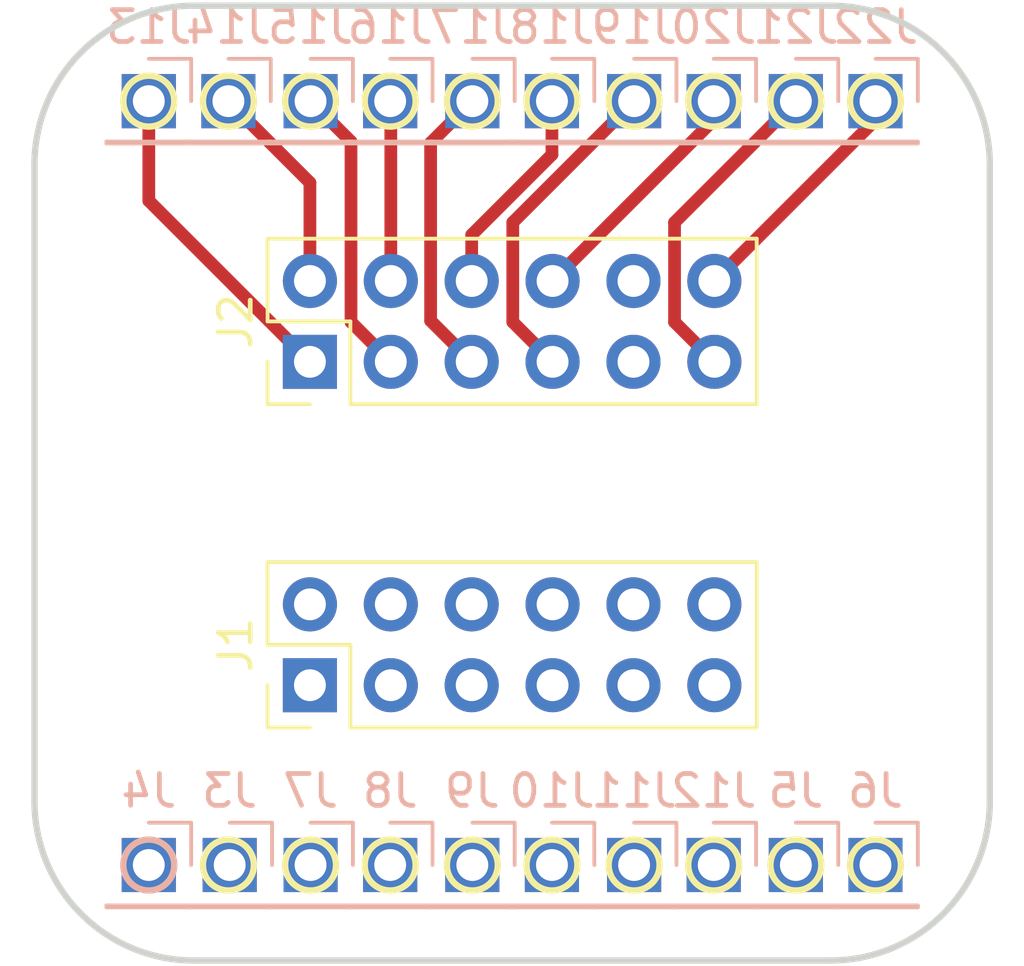
<source format=kicad_pcb>
(kicad_pcb (version 20221018) (generator pcbnew)
  (layers (0 "F.Cu" signal) (31 "B.Cu" signal) (34 "B.Paste" user) (35 "F.Paste" user) (36 "B.SilkS" user "B.Silkscreen") (37 "F.SilkS" user "F.Silkscreen") (38 "B.Mask" user) (39 "F.Mask" user) (44 "Edge.Cuts" user))
  (net 0 "")
  (net 1 "/I_OD_T")
  (net 2 "/V_OD_T")
  (net 3 "/I_1")
  (net 4 "/V_1")
  (net 5 "/I_3")
  (net 6 "/V_3")
  (net 7 "/I_5")
  (net 8 "/V_5")
  (net 11 "/I_OD_B")
  (net 12 "/V_OD_B")
  (net 13 "/I_EV_T")
  (net 14 "/V_EV_T")
  (net 15 "/I_2")
  (net 16 "/V_2")
  (net 17 "/I_4")
  (net 18 "/V_4")
  (net 19 "/I_6")
  (net 20 "/V_6")
  (net 23 "/I_EV_B")
  (net 24 "/V_EV_B")
  (footprint "Connector_PinHeader_2.54mm:PinHeader_2x06_P2.54mm_Vertical" (layer "F.Cu") (at 135.65 100.49 90)
    (fp_text reference "J1" (at 1.27 -2.33 90) (layer "F.SilkS"))
    (fp_text value "Conn_02x06_Odd_Even")
    (fp_line (start -1.33 -1.33) (end 0 -1.33) (stroke (width 0.12)) (layer "F.SilkS"))
    (fp_line (start -1.33 0) (end -1.33 -1.33) (stroke (width 0.12)) (layer "F.SilkS"))
    (fp_line (start -1.33 1.27) (end -1.33 14.03) (stroke (width 0.12)) (layer "F.SilkS"))
    (fp_line (start -1.33 1.27) (end 1.27 1.27) (stroke (width 0.12)) (layer "F.SilkS"))
    (fp_line (start -1.33 14.03) (end 3.87 14.03) (stroke (width 0.12)) (layer "F.SilkS"))
    (fp_line (start 1.27 -1.33) (end 3.87 -1.33) (stroke (width 0.12)) (layer "F.SilkS"))
    (fp_line (start 1.27 1.27) (end 1.27 -1.33) (stroke (width 0.12)) (layer "F.SilkS"))
    (fp_line (start 3.87 -1.33) (end 3.87 14.03) (stroke (width 0.12)) (layer "F.SilkS"))
    (pad "1" thru_hole rect (at 0 0 90) (size 1.7 1.7) (drill 1) (layers "*.Cu" "*.Mask") (net 1 "/I_OD_T"))
    (pad "2" thru_hole oval (at 2.54 0 90) (size 1.7 1.7) (drill 1) (layers "*.Cu" "*.Mask") (net 2 "/V_OD_T"))
    (pad "3" thru_hole oval (at 0 2.54 90) (size 1.7 1.7) (drill 1) (layers "*.Cu" "*.Mask") (net 3 "/I_1"))
    (pad "4" thru_hole oval (at 2.54 2.54 90) (size 1.7 1.7) (drill 1) (layers "*.Cu" "*.Mask") (net 4 "/V_1"))
    (pad "5" thru_hole oval (at 0 5.08 90) (size 1.7 1.7) (drill 1) (layers "*.Cu" "*.Mask") (net 5 "/I_3"))
    (pad "6" thru_hole oval (at 2.54 5.08 90) (size 1.7 1.7) (drill 1) (layers "*.Cu" "*.Mask") (net 6 "/V_3"))
    (pad "7" thru_hole oval (at 0 7.62 90) (size 1.7 1.7) (drill 1) (layers "*.Cu" "*.Mask") (net 7 "/I_5"))
    (pad "8" thru_hole oval (at 2.54 7.62 90) (size 1.7 1.7) (drill 1) (layers "*.Cu" "*.Mask") (net 8 "/V_5"))
    (pad "9" thru_hole oval (at 0 10.16 90) (size 1.7 1.7) (drill 1) (layers "*.Cu" "*.Mask"))
    (pad "10" thru_hole oval (at 2.54 10.16 90) (size 1.7 1.7) (drill 1) (layers "*.Cu" "*.Mask"))
    (pad "11" thru_hole oval (at 0 12.7 90) (size 1.7 1.7) (drill 1) (layers "*.Cu" "*.Mask") (net 11 "/I_OD_B"))
    (pad "12" thru_hole oval (at 2.54 12.7 90) (size 1.7 1.7) (drill 1) (layers "*.Cu" "*.Mask") (net 12 "/V_OD_B"))
  )
  (footprint "Connector_PinHeader_2.54mm:PinHeader_2x06_P2.54mm_Vertical" (layer "F.Cu") (at 135.65 90.33 90)
    (fp_text reference "J2" (at 1.27 -2.33 90) (layer "F.SilkS"))
    (fp_text value "Conn_02x06_Odd_Even")
    (fp_line (start -1.33 -1.33) (end 0 -1.33) (stroke (width 0.12)) (layer "F.SilkS"))
    (fp_line (start -1.33 0) (end -1.33 -1.33) (stroke (width 0.12)) (layer "F.SilkS"))
    (fp_line (start -1.33 1.27) (end -1.33 14.03) (stroke (width 0.12)) (layer "F.SilkS"))
    (fp_line (start -1.33 1.27) (end 1.27 1.27) (stroke (width 0.12)) (layer "F.SilkS"))
    (fp_line (start -1.33 14.03) (end 3.87 14.03) (stroke (width 0.12)) (layer "F.SilkS"))
    (fp_line (start 1.27 -1.33) (end 3.87 -1.33) (stroke (width 0.12)) (layer "F.SilkS"))
    (fp_line (start 1.27 1.27) (end 1.27 -1.33) (stroke (width 0.12)) (layer "F.SilkS"))
    (fp_line (start 3.87 -1.33) (end 3.87 14.03) (stroke (width 0.12)) (layer "F.SilkS"))
    (pad "1" thru_hole rect (at 0 0 90) (size 1.7 1.7) (drill 1) (layers "*.Cu" "*.Mask") (net 13 "/I_EV_T"))
    (pad "2" thru_hole oval (at 2.54 0 90) (size 1.7 1.7) (drill 1) (layers "*.Cu" "*.Mask") (net 14 "/V_EV_T"))
    (pad "3" thru_hole oval (at 0 2.54 90) (size 1.7 1.7) (drill 1) (layers "*.Cu" "*.Mask") (net 15 "/I_2"))
    (pad "4" thru_hole oval (at 2.54 2.54 90) (size 1.7 1.7) (drill 1) (layers "*.Cu" "*.Mask") (net 16 "/V_2"))
    (pad "5" thru_hole oval (at 0 5.08 90) (size 1.7 1.7) (drill 1) (layers "*.Cu" "*.Mask") (net 17 "/I_4"))
    (pad "6" thru_hole oval (at 2.54 5.08 90) (size 1.7 1.7) (drill 1) (layers "*.Cu" "*.Mask") (net 18 "/V_4"))
    (pad "7" thru_hole oval (at 0 7.62 90) (size 1.7 1.7) (drill 1) (layers "*.Cu" "*.Mask") (net 19 "/I_6"))
    (pad "8" thru_hole oval (at 2.54 7.62 90) (size 1.7 1.7) (drill 1) (layers "*.Cu" "*.Mask") (net 20 "/V_6"))
    (pad "9" thru_hole oval (at 0 10.16 90) (size 1.7 1.7) (drill 1) (layers "*.Cu" "*.Mask"))
    (pad "10" thru_hole oval (at 2.54 10.16 90) (size 1.7 1.7) (drill 1) (layers "*.Cu" "*.Mask"))
    (pad "11" thru_hole oval (at 0 12.7 90) (size 1.7 1.7) (drill 1) (layers "*.Cu" "*.Mask") (net 23 "/I_EV_B"))
    (pad "12" thru_hole oval (at 2.54 12.7 90) (size 1.7 1.7) (drill 1) (layers "*.Cu" "*.Mask") (net 24 "/V_EV_B"))
  )
  (footprint "Connector_PinHeader_2.54mm:PinHeader_1x01_P2.54mm_Vertical" (layer "B.Cu") (at 135.67 82.14 180)
    (fp_text reference "J15" (at 0 2.33) (layer "B.SilkS") (effects (justify mirror)))
    (fp_text value "Conn_01x01")
    (fp_line (start -1.33 -1.33) (end 1.33 -1.33) (stroke (width 0.12)) (layer "B.SilkS"))
    (fp_line (start -1.33 -1.27) (end -1.33 -1.33) (stroke (width 0.12)) (layer "B.SilkS"))
    (fp_line (start -1.33 -1.27) (end 1.33 -1.27) (stroke (width 0.12)) (layer "B.SilkS"))
    (fp_line (start -1.33 0) (end -1.33 1.33) (stroke (width 0.12)) (layer "B.SilkS"))
    (fp_line (start -1.33 1.33) (end 0 1.33) (stroke (width 0.12)) (layer "B.SilkS"))
    (fp_line (start 1.33 -1.27) (end 1.33 -1.33) (stroke (width 0.12)) (layer "B.SilkS"))
    (pad "1" thru_hole rect (at 0 0 180) (size 1.7 1.7) (drill 1) (layers "*.Cu" "*.Mask") (net 15 "/I_2"))
  )
  (footprint "Connector_PinHeader_2.54mm:PinHeader_1x01_P2.54mm_Vertical" (layer "B.Cu") (at 133.09 82.14 180)
    (fp_text reference "J14" (at 0 2.33) (layer "B.SilkS") (effects (justify mirror)))
    (fp_text value "Conn_01x01")
    (fp_line (start -1.33 -1.33) (end 1.33 -1.33) (stroke (width 0.12)) (layer "B.SilkS"))
    (fp_line (start -1.33 -1.27) (end -1.33 -1.33) (stroke (width 0.12)) (layer "B.SilkS"))
    (fp_line (start -1.33 -1.27) (end 1.33 -1.27) (stroke (width 0.12)) (layer "B.SilkS"))
    (fp_line (start -1.33 0) (end -1.33 1.33) (stroke (width 0.12)) (layer "B.SilkS"))
    (fp_line (start -1.33 1.33) (end 0 1.33) (stroke (width 0.12)) (layer "B.SilkS"))
    (fp_line (start 1.33 -1.27) (end 1.33 -1.33) (stroke (width 0.12)) (layer "B.SilkS"))
    (pad "1" thru_hole rect (at 0 0 180) (size 1.7 1.7) (drill 1) (layers "*.Cu" "*.Mask") (net 14 "/V_EV_T"))
  )
  (footprint "Connector_PinHeader_2.54mm:PinHeader_1x01_P2.54mm_Vertical" (layer "B.Cu") (at 130.59 82.14 180)
    (fp_text reference "J13" (at 0 2.33) (layer "B.SilkS") (effects (justify mirror)))
    (fp_text value "Conn_01x01")
    (fp_line (start -1.33 -1.33) (end 1.33 -1.33) (stroke (width 0.12)) (layer "B.SilkS"))
    (fp_line (start -1.33 -1.27) (end -1.33 -1.33) (stroke (width 0.12)) (layer "B.SilkS"))
    (fp_line (start -1.33 -1.27) (end 1.33 -1.27) (stroke (width 0.12)) (layer "B.SilkS"))
    (fp_line (start -1.33 0) (end -1.33 1.33) (stroke (width 0.12)) (layer "B.SilkS"))
    (fp_line (start -1.33 1.33) (end 0 1.33) (stroke (width 0.12)) (layer "B.SilkS"))
    (fp_line (start 1.33 -1.27) (end 1.33 -1.33) (stroke (width 0.12)) (layer "B.SilkS"))
    (pad "1" thru_hole rect (at 0 0 180) (size 1.7 1.7) (drill 1) (layers "*.Cu" "*.Mask") (net 13 "/I_EV_T"))
  )
  (footprint "Connector_PinHeader_2.54mm:PinHeader_1x01_P2.54mm_Vertical" (layer "B.Cu") (at 140.75 106.14 180)
    (fp_text reference "J9" (at 0 2.33) (layer "B.SilkS") (effects (justify mirror)))
    (fp_text value "Conn_01x01")
    (fp_line (start -1.33 -1.33) (end 1.33 -1.33) (stroke (width 0.12)) (layer "B.SilkS"))
    (fp_line (start -1.33 -1.27) (end -1.33 -1.33) (stroke (width 0.12)) (layer "B.SilkS"))
    (fp_line (start -1.33 -1.27) (end 1.33 -1.27) (stroke (width 0.12)) (layer "B.SilkS"))
    (fp_line (start -1.33 0) (end -1.33 1.33) (stroke (width 0.12)) (layer "B.SilkS"))
    (fp_line (start -1.33 1.33) (end 0 1.33) (stroke (width 0.12)) (layer "B.SilkS"))
    (fp_line (start 1.33 -1.27) (end 1.33 -1.33) (stroke (width 0.12)) (layer "B.SilkS"))
    (pad "1" thru_hole rect (at 0 0 180) (size 1.7 1.7) (drill 1) (layers "*.Cu" "*.Mask") (net 5 "/I_3"))
  )
  (footprint "Connector_PinHeader_2.54mm:PinHeader_1x01_P2.54mm_Vertical" (layer "B.Cu") (at 138.17 82.14 180)
    (fp_text reference "J16" (at 0 2.33) (layer "B.SilkS") (effects (justify mirror)))
    (fp_text value "Conn_01x01")
    (fp_line (start -1.33 -1.33) (end 1.33 -1.33) (stroke (width 0.12)) (layer "B.SilkS"))
    (fp_line (start -1.33 -1.27) (end -1.33 -1.33) (stroke (width 0.12)) (layer "B.SilkS"))
    (fp_line (start -1.33 -1.27) (end 1.33 -1.27) (stroke (width 0.12)) (layer "B.SilkS"))
    (fp_line (start -1.33 0) (end -1.33 1.33) (stroke (width 0.12)) (layer "B.SilkS"))
    (fp_line (start -1.33 1.33) (end 0 1.33) (stroke (width 0.12)) (layer "B.SilkS"))
    (fp_line (start 1.33 -1.27) (end 1.33 -1.33) (stroke (width 0.12)) (layer "B.SilkS"))
    (pad "1" thru_hole rect (at 0 0 180) (size 1.7 1.7) (drill 1) (layers "*.Cu" "*.Mask") (net 16 "/V_2"))
  )
  (footprint "Connector_PinHeader_2.54mm:PinHeader_1x01_P2.54mm_Vertical" (layer "B.Cu") (at 150.91 106.14 180)
    (fp_text reference "J5" (at 0 2.33) (layer "B.SilkS") (effects (justify mirror)))
    (fp_text value "Conn_01x01")
    (fp_line (start -1.33 -1.33) (end 1.33 -1.33) (stroke (width 0.12)) (layer "B.SilkS"))
    (fp_line (start -1.33 -1.27) (end -1.33 -1.33) (stroke (width 0.12)) (layer "B.SilkS"))
    (fp_line (start -1.33 -1.27) (end 1.33 -1.27) (stroke (width 0.12)) (layer "B.SilkS"))
    (fp_line (start -1.33 0) (end -1.33 1.33) (stroke (width 0.12)) (layer "B.SilkS"))
    (fp_line (start -1.33 1.33) (end 0 1.33) (stroke (width 0.12)) (layer "B.SilkS"))
    (fp_line (start 1.33 -1.27) (end 1.33 -1.33) (stroke (width 0.12)) (layer "B.SilkS"))
    (pad "1" thru_hole rect (at 0 0 180) (size 1.7 1.7) (drill 1) (layers "*.Cu" "*.Mask") (net 11 "/I_OD_B"))
  )
  (footprint "Connector_PinHeader_2.54mm:PinHeader_1x01_P2.54mm_Vertical" (layer "B.Cu") (at 145.83 106.14 180)
    (fp_text reference "J11" (at 0 2.33) (layer "B.SilkS") (effects (justify mirror)))
    (fp_text value "Conn_01x01")
    (fp_line (start -1.33 -1.33) (end 1.33 -1.33) (stroke (width 0.12)) (layer "B.SilkS"))
    (fp_line (start -1.33 -1.27) (end -1.33 -1.33) (stroke (width 0.12)) (layer "B.SilkS"))
    (fp_line (start -1.33 -1.27) (end 1.33 -1.27) (stroke (width 0.12)) (layer "B.SilkS"))
    (fp_line (start -1.33 0) (end -1.33 1.33) (stroke (width 0.12)) (layer "B.SilkS"))
    (fp_line (start -1.33 1.33) (end 0 1.33) (stroke (width 0.12)) (layer "B.SilkS"))
    (fp_line (start 1.33 -1.27) (end 1.33 -1.33) (stroke (width 0.12)) (layer "B.SilkS"))
    (pad "1" thru_hole rect (at 0 0 180) (size 1.7 1.7) (drill 1) (layers "*.Cu" "*.Mask") (net 7 "/I_5"))
  )
  (footprint "Connector_PinHeader_2.54mm:PinHeader_1x01_P2.54mm_Vertical" (layer "B.Cu") (at 148.33 106.14 180)
    (fp_text reference "J12" (at 0 2.33) (layer "B.SilkS") (effects (justify mirror)))
    (fp_text value "Conn_01x01")
    (fp_line (start -1.33 -1.33) (end 1.33 -1.33) (stroke (width 0.12)) (layer "B.SilkS"))
    (fp_line (start -1.33 -1.27) (end -1.33 -1.33) (stroke (width 0.12)) (layer "B.SilkS"))
    (fp_line (start -1.33 -1.27) (end 1.33 -1.27) (stroke (width 0.12)) (layer "B.SilkS"))
    (fp_line (start -1.33 0) (end -1.33 1.33) (stroke (width 0.12)) (layer "B.SilkS"))
    (fp_line (start -1.33 1.33) (end 0 1.33) (stroke (width 0.12)) (layer "B.SilkS"))
    (fp_line (start 1.33 -1.27) (end 1.33 -1.33) (stroke (width 0.12)) (layer "B.SilkS"))
    (pad "1" thru_hole rect (at 0 0 180) (size 1.7 1.7) (drill 1) (layers "*.Cu" "*.Mask") (net 8 "/V_5"))
  )
  (footprint "Connector_PinHeader_2.54mm:PinHeader_1x01_P2.54mm_Vertical" (layer "B.Cu") (at 145.83 82.14 180)
    (fp_text reference "J19" (at 0 2.33) (layer "B.SilkS") (effects (justify mirror)))
    (fp_text value "Conn_01x01")
    (fp_line (start -1.33 -1.33) (end 1.33 -1.33) (stroke (width 0.12)) (layer "B.SilkS"))
    (fp_line (start -1.33 -1.27) (end -1.33 -1.33) (stroke (width 0.12)) (layer "B.SilkS"))
    (fp_line (start -1.33 -1.27) (end 1.33 -1.27) (stroke (width 0.12)) (layer "B.SilkS"))
    (fp_line (start -1.33 0) (end -1.33 1.33) (stroke (width 0.12)) (layer "B.SilkS"))
    (fp_line (start -1.33 1.33) (end 0 1.33) (stroke (width 0.12)) (layer "B.SilkS"))
    (fp_line (start 1.33 -1.27) (end 1.33 -1.33) (stroke (width 0.12)) (layer "B.SilkS"))
    (pad "1" thru_hole rect (at 0 0 180) (size 1.7 1.7) (drill 1) (layers "*.Cu" "*.Mask") (net 19 "/I_6"))
  )
  (footprint "Connector_PinHeader_2.54mm:PinHeader_1x01_P2.54mm_Vertical" (layer "B.Cu") (at 135.67 106.14 180)
    (fp_text reference "J7" (at 0 2.33) (layer "B.SilkS") (effects (justify mirror)))
    (fp_text value "Conn_01x01")
    (fp_line (start -1.33 -1.33) (end 1.33 -1.33) (stroke (width 0.12)) (layer "B.SilkS"))
    (fp_line (start -1.33 -1.27) (end -1.33 -1.33) (stroke (width 0.12)) (layer "B.SilkS"))
    (fp_line (start -1.33 -1.27) (end 1.33 -1.27) (stroke (width 0.12)) (layer "B.SilkS"))
    (fp_line (start -1.33 0) (end -1.33 1.33) (stroke (width 0.12)) (layer "B.SilkS"))
    (fp_line (start -1.33 1.33) (end 0 1.33) (stroke (width 0.12)) (layer "B.SilkS"))
    (fp_line (start 1.33 -1.27) (end 1.33 -1.33) (stroke (width 0.12)) (layer "B.SilkS"))
    (pad "1" thru_hole rect (at 0 0 180) (size 1.7 1.7) (drill 1) (layers "*.Cu" "*.Mask") (net 3 "/I_1"))
  )
  (footprint "Connector_PinHeader_2.54mm:PinHeader_1x01_P2.54mm_Vertical" (layer "B.Cu") (at 130.59 106.14 180)
    (fp_text reference "J4" (at 0 2.33) (layer "B.SilkS") (effects (justify mirror)))
    (fp_text value "Conn_01x01")
    (fp_line (start -1.33 -1.33) (end 1.33 -1.33) (stroke (width 0.12)) (layer "B.SilkS"))
    (fp_line (start -1.33 -1.27) (end -1.33 -1.33) (stroke (width 0.12)) (layer "B.SilkS"))
    (fp_line (start -1.33 -1.27) (end 1.33 -1.27) (stroke (width 0.12)) (layer "B.SilkS"))
    (fp_line (start -1.33 0) (end -1.33 1.33) (stroke (width 0.12)) (layer "B.SilkS"))
    (fp_line (start -1.33 1.33) (end 0 1.33) (stroke (width 0.12)) (layer "B.SilkS"))
    (fp_line (start 1.33 -1.27) (end 1.33 -1.33) (stroke (width 0.12)) (layer "B.SilkS"))
    (pad "1" thru_hole rect (at 0 0 180) (size 1.7 1.7) (drill 1) (layers "*.Cu" "*.Mask") (net 1 "/I_OD_T"))
  )
  (footprint "Connector_PinHeader_2.54mm:PinHeader_1x01_P2.54mm_Vertical" (layer "B.Cu") (at 153.41 82.14 180)
    (fp_text reference "J22" (at 0 2.33) (layer "B.SilkS") (effects (justify mirror)))
    (fp_text value "Conn_01x01")
    (fp_line (start -1.33 -1.33) (end 1.33 -1.33) (stroke (width 0.12)) (layer "B.SilkS"))
    (fp_line (start -1.33 -1.27) (end -1.33 -1.33) (stroke (width 0.12)) (layer "B.SilkS"))
    (fp_line (start -1.33 -1.27) (end 1.33 -1.27) (stroke (width 0.12)) (layer "B.SilkS"))
    (fp_line (start -1.33 0) (end -1.33 1.33) (stroke (width 0.12)) (layer "B.SilkS"))
    (fp_line (start -1.33 1.33) (end 0 1.33) (stroke (width 0.12)) (layer "B.SilkS"))
    (fp_line (start 1.33 -1.27) (end 1.33 -1.33) (stroke (width 0.12)) (layer "B.SilkS"))
    (pad "1" thru_hole rect (at 0 0 180) (size 1.7 1.7) (drill 1) (layers "*.Cu" "*.Mask") (net 24 "/V_EV_B"))
  )
  (footprint "Connector_PinHeader_2.54mm:PinHeader_1x01_P2.54mm_Vertical" (layer "B.Cu") (at 143.25 82.14 180)
    (fp_text reference "J18" (at 0 2.33) (layer "B.SilkS") (effects (justify mirror)))
    (fp_text value "Conn_01x01")
    (fp_line (start -1.33 -1.33) (end 1.33 -1.33) (stroke (width 0.12)) (layer "B.SilkS"))
    (fp_line (start -1.33 -1.27) (end -1.33 -1.33) (stroke (width 0.12)) (layer "B.SilkS"))
    (fp_line (start -1.33 -1.27) (end 1.33 -1.27) (stroke (width 0.12)) (layer "B.SilkS"))
    (fp_line (start -1.33 0) (end -1.33 1.33) (stroke (width 0.12)) (layer "B.SilkS"))
    (fp_line (start -1.33 1.33) (end 0 1.33) (stroke (width 0.12)) (layer "B.SilkS"))
    (fp_line (start 1.33 -1.27) (end 1.33 -1.33) (stroke (width 0.12)) (layer "B.SilkS"))
    (pad "1" thru_hole rect (at 0 0 180) (size 1.7 1.7) (drill 1) (layers "*.Cu" "*.Mask") (net 18 "/V_4"))
  )
  (footprint "Connector_PinHeader_2.54mm:PinHeader_1x01_P2.54mm_Vertical" (layer "B.Cu") (at 140.75 82.14 180)
    (fp_text reference "J17" (at 0 2.33) (layer "B.SilkS") (effects (justify mirror)))
    (fp_text value "Conn_01x01")
    (fp_line (start -1.33 -1.33) (end 1.33 -1.33) (stroke (width 0.12)) (layer "B.SilkS"))
    (fp_line (start -1.33 -1.27) (end -1.33 -1.33) (stroke (width 0.12)) (layer "B.SilkS"))
    (fp_line (start -1.33 -1.27) (end 1.33 -1.27) (stroke (width 0.12)) (layer "B.SilkS"))
    (fp_line (start -1.33 0) (end -1.33 1.33) (stroke (width 0.12)) (layer "B.SilkS"))
    (fp_line (start -1.33 1.33) (end 0 1.33) (stroke (width 0.12)) (layer "B.SilkS"))
    (fp_line (start 1.33 -1.27) (end 1.33 -1.33) (stroke (width 0.12)) (layer "B.SilkS"))
    (pad "1" thru_hole rect (at 0 0 180) (size 1.7 1.7) (drill 1) (layers "*.Cu" "*.Mask") (net 17 "/I_4"))
  )
  (footprint "Connector_PinHeader_2.54mm:PinHeader_1x01_P2.54mm_Vertical" (layer "B.Cu") (at 138.17 106.14 180)
    (fp_text reference "J8" (at 0 2.33) (layer "B.SilkS") (effects (justify mirror)))
    (fp_text value "Conn_01x01")
    (fp_line (start -1.33 -1.33) (end 1.33 -1.33) (stroke (width 0.12)) (layer "B.SilkS"))
    (fp_line (start -1.33 -1.27) (end -1.33 -1.33) (stroke (width 0.12)) (layer "B.SilkS"))
    (fp_line (start -1.33 -1.27) (end 1.33 -1.27) (stroke (width 0.12)) (layer "B.SilkS"))
    (fp_line (start -1.33 0) (end -1.33 1.33) (stroke (width 0.12)) (layer "B.SilkS"))
    (fp_line (start -1.33 1.33) (end 0 1.33) (stroke (width 0.12)) (layer "B.SilkS"))
    (fp_line (start 1.33 -1.27) (end 1.33 -1.33) (stroke (width 0.12)) (layer "B.SilkS"))
    (pad "1" thru_hole rect (at 0 0 180) (size 1.7 1.7) (drill 1) (layers "*.Cu" "*.Mask") (net 4 "/V_1"))
  )
  (footprint "Connector_PinHeader_2.54mm:PinHeader_1x01_P2.54mm_Vertical" (layer "B.Cu") (at 150.91 82.14 180)
    (fp_text reference "J21" (at 0 2.33) (layer "B.SilkS") (effects (justify mirror)))
    (fp_text value "Conn_01x01")
    (fp_line (start -1.33 -1.33) (end 1.33 -1.33) (stroke (width 0.12)) (layer "B.SilkS"))
    (fp_line (start -1.33 -1.27) (end -1.33 -1.33) (stroke (width 0.12)) (layer "B.SilkS"))
    (fp_line (start -1.33 -1.27) (end 1.33 -1.27) (stroke (width 0.12)) (layer "B.SilkS"))
    (fp_line (start -1.33 0) (end -1.33 1.33) (stroke (width 0.12)) (layer "B.SilkS"))
    (fp_line (start -1.33 1.33) (end 0 1.33) (stroke (width 0.12)) (layer "B.SilkS"))
    (fp_line (start 1.33 -1.27) (end 1.33 -1.33) (stroke (width 0.12)) (layer "B.SilkS"))
    (pad "1" thru_hole rect (at 0 0 180) (size 1.7 1.7) (drill 1) (layers "*.Cu" "*.Mask") (net 23 "/I_EV_B"))
  )
  (footprint "Connector_PinHeader_2.54mm:PinHeader_1x01_P2.54mm_Vertical" (layer "B.Cu") (at 153.41 106.14 180)
    (fp_text reference "J6" (at 0 2.33) (layer "B.SilkS") (effects (justify mirror)))
    (fp_text value "Conn_01x01")
    (fp_line (start -1.33 -1.33) (end 1.33 -1.33) (stroke (width 0.12)) (layer "B.SilkS"))
    (fp_line (start -1.33 -1.27) (end -1.33 -1.33) (stroke (width 0.12)) (layer "B.SilkS"))
    (fp_line (start -1.33 -1.27) (end 1.33 -1.27) (stroke (width 0.12)) (layer "B.SilkS"))
    (fp_line (start -1.33 0) (end -1.33 1.33) (stroke (width 0.12)) (layer "B.SilkS"))
    (fp_line (start -1.33 1.33) (end 0 1.33) (stroke (width 0.12)) (layer "B.SilkS"))
    (fp_line (start 1.33 -1.27) (end 1.33 -1.33) (stroke (width 0.12)) (layer "B.SilkS"))
    (pad "1" thru_hole rect (at 0 0 180) (size 1.7 1.7) (drill 1) (layers "*.Cu" "*.Mask") (net 12 "/V_OD_B"))
  )
  (footprint "Connector_PinHeader_2.54mm:PinHeader_1x01_P2.54mm_Vertical" (layer "B.Cu") (at 133.13 106.14 180)
    (fp_text reference "J3" (at 0 2.33) (layer "B.SilkS") (effects (justify mirror)))
    (fp_text value "Conn_01x01")
    (fp_line (start -1.33 -1.33) (end 1.33 -1.33) (stroke (width 0.12)) (layer "B.SilkS"))
    (fp_line (start -1.33 -1.27) (end -1.33 -1.33) (stroke (width 0.12)) (layer "B.SilkS"))
    (fp_line (start -1.33 -1.27) (end 1.33 -1.27) (stroke (width 0.12)) (layer "B.SilkS"))
    (fp_line (start -1.33 0) (end -1.33 1.33) (stroke (width 0.12)) (layer "B.SilkS"))
    (fp_line (start -1.33 1.33) (end 0 1.33) (stroke (width 0.12)) (layer "B.SilkS"))
    (fp_line (start 1.33 -1.27) (end 1.33 -1.33) (stroke (width 0.12)) (layer "B.SilkS"))
    (pad "1" thru_hole rect (at 0 0 180) (size 1.7 1.7) (drill 1) (layers "*.Cu" "*.Mask") (net 2 "/V_OD_T"))
  )
  (footprint "Connector_PinHeader_2.54mm:PinHeader_1x01_P2.54mm_Vertical" (layer "B.Cu") (at 143.25 106.14 180)
    (fp_text reference "J10" (at 0 2.33) (layer "B.SilkS") (effects (justify mirror)))
    (fp_text value "Conn_01x01")
    (fp_line (start -1.33 -1.33) (end 1.33 -1.33) (stroke (width 0.12)) (layer "B.SilkS"))
    (fp_line (start -1.33 -1.27) (end -1.33 -1.33) (stroke (width 0.12)) (layer "B.SilkS"))
    (fp_line (start -1.33 -1.27) (end 1.33 -1.27) (stroke (width 0.12)) (layer "B.SilkS"))
    (fp_line (start -1.33 0) (end -1.33 1.33) (stroke (width 0.12)) (layer "B.SilkS"))
    (fp_line (start -1.33 1.33) (end 0 1.33) (stroke (width 0.12)) (layer "B.SilkS"))
    (fp_line (start 1.33 -1.27) (end 1.33 -1.33) (stroke (width 0.12)) (layer "B.SilkS"))
    (pad "1" thru_hole rect (at 0 0 180) (size 1.7 1.7) (drill 1) (layers "*.Cu" "*.Mask") (net 6 "/V_3"))
  )
  (footprint "Connector_PinHeader_2.54mm:PinHeader_1x01_P2.54mm_Vertical" (layer "B.Cu") (at 148.33 82.14 180)
    (fp_text reference "J20" (at 0 2.33) (layer "B.SilkS") (effects (justify mirror)))
    (fp_text value "Conn_01x01")
    (fp_line (start -1.33 -1.33) (end 1.33 -1.33) (stroke (width 0.12)) (layer "B.SilkS"))
    (fp_line (start -1.33 -1.27) (end -1.33 -1.33) (stroke (width 0.12)) (layer "B.SilkS"))
    (fp_line (start -1.33 -1.27) (end 1.33 -1.27) (stroke (width 0.12)) (layer "B.SilkS"))
    (fp_line (start -1.33 0) (end -1.33 1.33) (stroke (width 0.12)) (layer "B.SilkS"))
    (fp_line (start -1.33 1.33) (end 0 1.33) (stroke (width 0.12)) (layer "B.SilkS"))
    (fp_line (start 1.33 -1.27) (end 1.33 -1.33) (stroke (width 0.12)) (layer "B.SilkS"))
    (pad "1" thru_hole rect (at 0 0 180) (size 1.7 1.7) (drill 1) (layers "*.Cu" "*.Mask") (net 20 "/V_6"))
  )
  (gr_circle (center 130.59 106.14) (end 129.79 106.14) (stroke (width 0.2)) (fill none) (layer "B.SilkS"))
  (gr_circle (center 140.75 106.14) (end 141.55 106.14) (stroke (width 0.2)) (fill none) (layer "F.SilkS"))
  (gr_circle (center 145.83 106.14) (end 146.63 106.14) (stroke (width 0.2)) (fill none) (layer "F.SilkS"))
  (gr_circle (center 153.41 82.14) (end 154.21 82.14) (stroke (width 0.2)) (fill none) (layer "F.SilkS"))
  (gr_circle (center 153.41 106.14) (end 154.21 106.14) (stroke (width 0.2)) (fill none) (layer "F.SilkS"))
  (gr_circle (center 148.33 82.14) (end 149.13 82.14) (stroke (width 0.2)) (fill none) (layer "F.SilkS"))
  (gr_circle (center 135.67 106.14) (end 136.47 106.14) (stroke (width 0.2)) (fill none) (layer "F.SilkS"))
  (gr_circle (center 145.83 82.14) (end 146.63 82.14) (stroke (width 0.2)) (fill none) (layer "F.SilkS"))
  (gr_circle (center 140.75 82.14) (end 141.55 82.14) (stroke (width 0.2)) (fill none) (layer "F.SilkS"))
  (gr_circle (center 150.91 106.14) (end 151.71 106.14) (stroke (width 0.2)) (fill none) (layer "F.SilkS"))
  (gr_circle (center 138.17 106.14) (end 138.97 106.14) (stroke (width 0.2)) (fill none) (layer "F.SilkS"))
  (gr_circle (center 133.09 106.14) (end 133.89 106.14) (stroke (width 0.2)) (fill none) (layer "F.SilkS"))
  (gr_circle (center 143.25 106.14) (end 144.05 106.14) (stroke (width 0.2)) (fill none) (layer "F.SilkS"))
  (gr_circle (center 143.25 82.14) (end 144.05 82.14) (stroke (width 0.2)) (fill none) (layer "F.SilkS"))
  (gr_circle (center 138.17 82.14) (end 138.97 82.14) (stroke (width 0.2)) (fill none) (layer "F.SilkS"))
  (gr_circle (center 135.67 82.14) (end 136.47 82.14) (stroke (width 0.2)) (fill none) (layer "F.SilkS"))
  (gr_circle (center 130.59 82.14) (end 131.39 82.14) (stroke (width 0.2)) (fill none) (layer "F.SilkS"))
  (gr_circle (center 150.91 82.14) (end 151.71 82.14) (stroke (width 0.2)) (fill none) (layer "F.SilkS"))
  (gr_circle (center 148.33 106.14) (end 149.13 106.14) (stroke (width 0.2)) (fill none) (layer "F.SilkS"))
  (gr_circle (center 133.09 82.14) (end 133.89 82.14) (stroke (width 0.2)) (fill none) (layer "F.SilkS"))
  (gr_line (start 132 109.14) (end 152 109.14) (stroke (width 0.2)) (layer "Edge.Cuts"))
  (gr_arc (start 157 104.14) (mid 155.535534 107.675533) (end 152 109.14) (stroke (width 0.2)) (layer "Edge.Cuts"))
  (gr_line (start 127 104.14) (end 127 84.14) (stroke (width 0.2)) (layer "Edge.Cuts"))
  (gr_arc (start 152 79.14) (mid 155.535533 80.604466) (end 157 84.14) (stroke (width 0.2)) (layer "Edge.Cuts"))
  (gr_arc (start 127 84.14) (mid 128.464466 80.604467) (end 132 79.14) (stroke (width 0.2)) (layer "Edge.Cuts"))
  (gr_line (start 132 79.14) (end 152 79.14) (stroke (width 0.2)) (layer "Edge.Cuts"))
  (gr_line (start 157 104.14) (end 157 84.14) (stroke (width 0.2)) (layer "Edge.Cuts"))
  (gr_arc (start 132 109.14) (mid 128.464467 107.675534) (end 127 104.14) (stroke (width 0.2)) (layer "Edge.Cuts"))
  (segment (start 130.59 85.27) (end 130.59 82.14) (width 0.4) (layer "F.Cu") (net 13))
  (segment (start 135.65 90.33) (end 130.59 85.27) (width 0.4) (layer "F.Cu") (net 13))
  (segment (start 135.65 87.79) (end 135.65 84.7) (width 0.4) (layer "F.Cu") (net 14))
  (segment (start 135.65 84.7) (end 133.09 82.14) (width 0.4) (layer "F.Cu") (net 14))
  (segment (start 138.19 90.33) (end 136.94 89.08) (width 0.4) (layer "F.Cu") (net 15))
  (segment (start 136.94 83.41) (end 135.67 82.14) (width 0.4) (layer "F.Cu") (net 15))
  (segment (start 136.94 89.08) (end 136.94 83.41) (width 0.4) (layer "F.Cu") (net 15))
  (segment (start 138.19 87.79) (end 138.19 82.16) (width 0.4) (layer "F.Cu") (net 16))
  (segment (start 138.19 82.16) (end 138.17 82.14) (width 0.4) (layer "F.Cu") (net 16))
  (segment (start 140.73 90.33) (end 139.44 89.04) (width 0.4) (layer "F.Cu") (net 17))
  (segment (start 139.44 83.45) (end 140.75 82.14) (width 0.4) (layer "F.Cu") (net 17))
  (segment (start 139.44 89.04) (end 139.44 83.45) (width 0.4) (layer "F.Cu") (net 17))
  (segment (start 140.73 87.79) (end 140.73 86.34) (width 0.4) (layer "F.Cu") (net 18))
  (segment (start 143.25 83.82) (end 143.25 82.14) (width 0.4) (layer "F.Cu") (net 18))
  (segment (start 140.73 86.34) (end 143.25 83.82) (width 0.4) (layer "F.Cu") (net 18))
  (segment (start 142.02 89.08) (end 142.02 85.95) (width 0.4) (layer "F.Cu") (net 19))
  (segment (start 143.27 90.33) (end 142.02 89.08) (width 0.4) (layer "F.Cu") (net 19))
  (segment (start 142.02 85.95) (end 145.83 82.14) (width 0.4) (layer "F.Cu") (net 19))
  (segment (start 148.33 82.73) (end 148.33 82.14) (width 0.4) (layer "F.Cu") (net 20))
  (segment (start 143.27 87.79) (end 148.33 82.73) (width 0.4) (layer "F.Cu") (net 20))
  (segment (start 147.1 89.08) (end 147.1 85.95) (width 0.4) (layer "F.Cu") (net 23))
  (segment (start 148.35 90.33) (end 147.1 89.08) (width 0.4) (layer "F.Cu") (net 23))
  (segment (start 147.1 85.95) (end 150.91 82.14) (width 0.4) (layer "F.Cu") (net 23))
  (segment (start 148.35 87.79) (end 153.41 82.73) (width 0.4) (layer "F.Cu") (net 24))
  (segment (start 153.41 82.73) (end 153.41 82.14) (width 0.4) (layer "F.Cu") (net 24))
)
</source>
